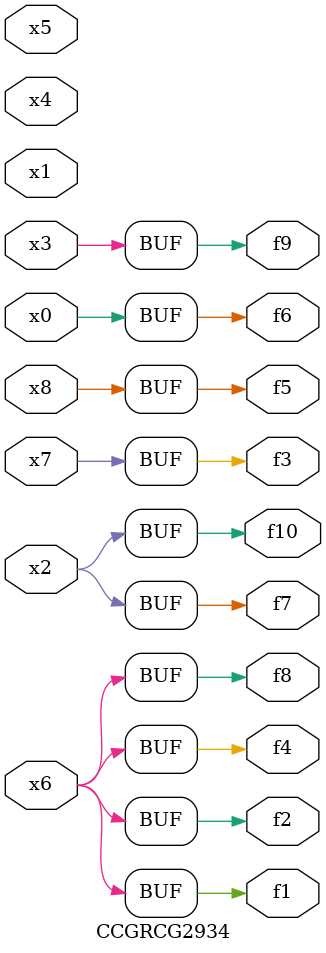
<source format=v>
module CCGRCG2934(
	input x0, x1, x2, x3, x4, x5, x6, x7, x8,
	output f1, f2, f3, f4, f5, f6, f7, f8, f9, f10
);
	assign f1 = x6;
	assign f2 = x6;
	assign f3 = x7;
	assign f4 = x6;
	assign f5 = x8;
	assign f6 = x0;
	assign f7 = x2;
	assign f8 = x6;
	assign f9 = x3;
	assign f10 = x2;
endmodule

</source>
